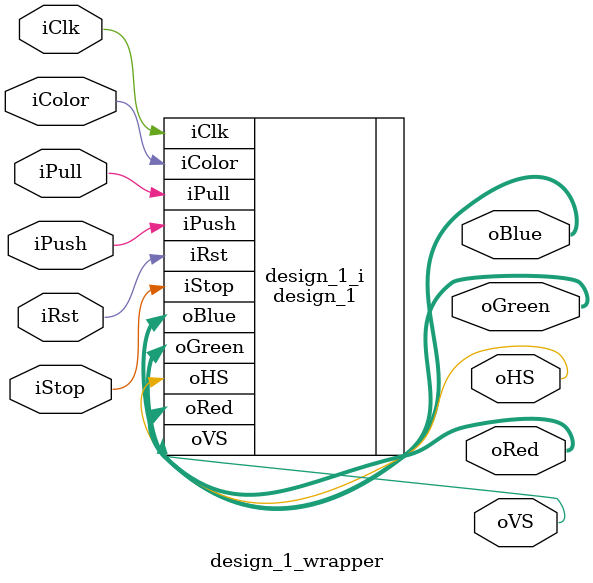
<source format=v>
`timescale 1 ps / 1 ps

module design_1_wrapper
   (iClk,
    iColor,
    iPull,
    iPush,
    iRst,
    iStop,
    oBlue,
    oGreen,
    oHS,
    oRed,
    oVS);
  input iClk;
  input iColor;
  input iPull;
  input iPush;
  input iRst;
  input iStop;
  output [3:0]oBlue;
  output [3:0]oGreen;
  output oHS;
  output [3:0]oRed;
  output oVS;

  wire iClk;
  wire iColor;
  wire iPull;
  wire iPush;
  wire iRst;
  wire iStop;
  wire [3:0]oBlue;
  wire [3:0]oGreen;
  wire oHS;
  wire [3:0]oRed;
  wire oVS;

  design_1 design_1_i
       (.iClk(iClk),
        .iColor(iColor),
        .iPull(iPull),
        .iPush(iPush),
        .iRst(iRst),
        .iStop(iStop),
        .oBlue(oBlue),
        .oGreen(oGreen),
        .oHS(oHS),
        .oRed(oRed),
        .oVS(oVS));
endmodule

</source>
